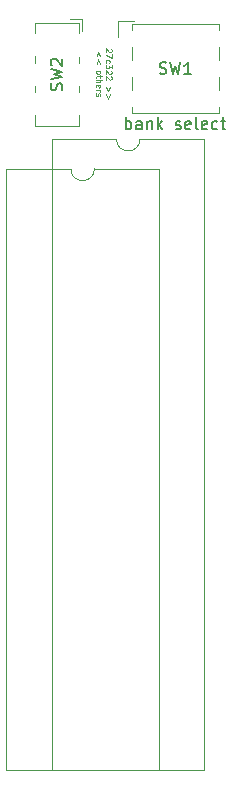
<source format=gbr>
%TF.GenerationSoftware,KiCad,Pcbnew,(6.0.5-0)*%
%TF.CreationDate,2022-06-06T13:25:30-07:00*%
%TF.ProjectId,tl866_27c322_adapter,746c3836-365f-4323-9763-3332325f6164,rev?*%
%TF.SameCoordinates,Original*%
%TF.FileFunction,Legend,Top*%
%TF.FilePolarity,Positive*%
%FSLAX46Y46*%
G04 Gerber Fmt 4.6, Leading zero omitted, Abs format (unit mm)*
G04 Created by KiCad (PCBNEW (6.0.5-0)) date 2022-06-06 13:25:30*
%MOMM*%
%LPD*%
G01*
G04 APERTURE LIST*
%ADD10C,0.100000*%
%ADD11C,0.200000*%
%ADD12C,0.150000*%
%ADD13C,0.120000*%
G04 APERTURE END LIST*
D10*
X138601490Y-55208752D02*
X138625300Y-55232561D01*
X138649109Y-55280180D01*
X138649109Y-55399228D01*
X138625300Y-55446847D01*
X138601490Y-55470657D01*
X138553871Y-55494466D01*
X138506252Y-55494466D01*
X138434823Y-55470657D01*
X138149109Y-55184942D01*
X138149109Y-55494466D01*
X138649109Y-55661133D02*
X138649109Y-55994466D01*
X138149109Y-55780180D01*
X138172919Y-56399228D02*
X138149109Y-56351609D01*
X138149109Y-56256371D01*
X138172919Y-56208752D01*
X138196728Y-56184942D01*
X138244347Y-56161133D01*
X138387204Y-56161133D01*
X138434823Y-56184942D01*
X138458633Y-56208752D01*
X138482442Y-56256371D01*
X138482442Y-56351609D01*
X138458633Y-56399228D01*
X138649109Y-56565895D02*
X138649109Y-56875419D01*
X138458633Y-56708752D01*
X138458633Y-56780180D01*
X138434823Y-56827800D01*
X138411014Y-56851609D01*
X138363395Y-56875419D01*
X138244347Y-56875419D01*
X138196728Y-56851609D01*
X138172919Y-56827800D01*
X138149109Y-56780180D01*
X138149109Y-56637323D01*
X138172919Y-56589704D01*
X138196728Y-56565895D01*
X138601490Y-57065895D02*
X138625300Y-57089704D01*
X138649109Y-57137323D01*
X138649109Y-57256371D01*
X138625300Y-57303990D01*
X138601490Y-57327800D01*
X138553871Y-57351609D01*
X138506252Y-57351609D01*
X138434823Y-57327800D01*
X138149109Y-57042085D01*
X138149109Y-57351609D01*
X138601490Y-57542085D02*
X138625300Y-57565895D01*
X138649109Y-57613514D01*
X138649109Y-57732561D01*
X138625300Y-57780180D01*
X138601490Y-57803990D01*
X138553871Y-57827800D01*
X138506252Y-57827800D01*
X138434823Y-57803990D01*
X138149109Y-57518276D01*
X138149109Y-57827800D01*
X138482442Y-58423038D02*
X138339585Y-58803990D01*
X138196728Y-58423038D01*
X138482442Y-59042085D02*
X138339585Y-59423038D01*
X138196728Y-59042085D01*
X137677442Y-55851609D02*
X137534585Y-55470657D01*
X137391728Y-55851609D01*
X137677442Y-56470657D02*
X137534585Y-56089704D01*
X137391728Y-56470657D01*
X137344109Y-57161133D02*
X137367919Y-57113514D01*
X137391728Y-57089704D01*
X137439347Y-57065895D01*
X137582204Y-57065895D01*
X137629823Y-57089704D01*
X137653633Y-57113514D01*
X137677442Y-57161133D01*
X137677442Y-57232561D01*
X137653633Y-57280180D01*
X137629823Y-57303990D01*
X137582204Y-57327800D01*
X137439347Y-57327800D01*
X137391728Y-57303990D01*
X137367919Y-57280180D01*
X137344109Y-57232561D01*
X137344109Y-57161133D01*
X137677442Y-57470657D02*
X137677442Y-57661133D01*
X137844109Y-57542085D02*
X137415538Y-57542085D01*
X137367919Y-57565895D01*
X137344109Y-57613514D01*
X137344109Y-57661133D01*
X137344109Y-57827800D02*
X137844109Y-57827800D01*
X137344109Y-58042085D02*
X137606014Y-58042085D01*
X137653633Y-58018276D01*
X137677442Y-57970657D01*
X137677442Y-57899228D01*
X137653633Y-57851609D01*
X137629823Y-57827800D01*
X137367919Y-58470657D02*
X137344109Y-58423038D01*
X137344109Y-58327800D01*
X137367919Y-58280180D01*
X137415538Y-58256371D01*
X137606014Y-58256371D01*
X137653633Y-58280180D01*
X137677442Y-58327800D01*
X137677442Y-58423038D01*
X137653633Y-58470657D01*
X137606014Y-58494466D01*
X137558395Y-58494466D01*
X137510776Y-58256371D01*
X137344109Y-58708752D02*
X137677442Y-58708752D01*
X137582204Y-58708752D02*
X137629823Y-58732561D01*
X137653633Y-58756371D01*
X137677442Y-58803990D01*
X137677442Y-58851609D01*
X137367919Y-58994466D02*
X137344109Y-59042085D01*
X137344109Y-59137323D01*
X137367919Y-59184942D01*
X137415538Y-59208752D01*
X137439347Y-59208752D01*
X137486966Y-59184942D01*
X137510776Y-59137323D01*
X137510776Y-59065895D01*
X137534585Y-59018276D01*
X137582204Y-58994466D01*
X137606014Y-58994466D01*
X137653633Y-59018276D01*
X137677442Y-59065895D01*
X137677442Y-59137323D01*
X137653633Y-59184942D01*
D11*
X139849742Y-62021980D02*
X139849742Y-61021980D01*
X139849742Y-61402933D02*
X139944980Y-61355314D01*
X140135457Y-61355314D01*
X140230695Y-61402933D01*
X140278314Y-61450552D01*
X140325933Y-61545790D01*
X140325933Y-61831504D01*
X140278314Y-61926742D01*
X140230695Y-61974361D01*
X140135457Y-62021980D01*
X139944980Y-62021980D01*
X139849742Y-61974361D01*
X141183076Y-62021980D02*
X141183076Y-61498171D01*
X141135457Y-61402933D01*
X141040219Y-61355314D01*
X140849742Y-61355314D01*
X140754504Y-61402933D01*
X141183076Y-61974361D02*
X141087838Y-62021980D01*
X140849742Y-62021980D01*
X140754504Y-61974361D01*
X140706885Y-61879123D01*
X140706885Y-61783885D01*
X140754504Y-61688647D01*
X140849742Y-61641028D01*
X141087838Y-61641028D01*
X141183076Y-61593409D01*
X141659266Y-61355314D02*
X141659266Y-62021980D01*
X141659266Y-61450552D02*
X141706885Y-61402933D01*
X141802123Y-61355314D01*
X141944980Y-61355314D01*
X142040219Y-61402933D01*
X142087838Y-61498171D01*
X142087838Y-62021980D01*
X142564028Y-62021980D02*
X142564028Y-61021980D01*
X142659266Y-61641028D02*
X142944980Y-62021980D01*
X142944980Y-61355314D02*
X142564028Y-61736266D01*
X144087838Y-61974361D02*
X144183076Y-62021980D01*
X144373552Y-62021980D01*
X144468790Y-61974361D01*
X144516409Y-61879123D01*
X144516409Y-61831504D01*
X144468790Y-61736266D01*
X144373552Y-61688647D01*
X144230695Y-61688647D01*
X144135457Y-61641028D01*
X144087838Y-61545790D01*
X144087838Y-61498171D01*
X144135457Y-61402933D01*
X144230695Y-61355314D01*
X144373552Y-61355314D01*
X144468790Y-61402933D01*
X145325933Y-61974361D02*
X145230695Y-62021980D01*
X145040219Y-62021980D01*
X144944980Y-61974361D01*
X144897361Y-61879123D01*
X144897361Y-61498171D01*
X144944980Y-61402933D01*
X145040219Y-61355314D01*
X145230695Y-61355314D01*
X145325933Y-61402933D01*
X145373552Y-61498171D01*
X145373552Y-61593409D01*
X144897361Y-61688647D01*
X145944980Y-62021980D02*
X145849742Y-61974361D01*
X145802123Y-61879123D01*
X145802123Y-61021980D01*
X146706885Y-61974361D02*
X146611647Y-62021980D01*
X146421171Y-62021980D01*
X146325933Y-61974361D01*
X146278314Y-61879123D01*
X146278314Y-61498171D01*
X146325933Y-61402933D01*
X146421171Y-61355314D01*
X146611647Y-61355314D01*
X146706885Y-61402933D01*
X146754504Y-61498171D01*
X146754504Y-61593409D01*
X146278314Y-61688647D01*
X147611647Y-61974361D02*
X147516409Y-62021980D01*
X147325933Y-62021980D01*
X147230695Y-61974361D01*
X147183076Y-61926742D01*
X147135457Y-61831504D01*
X147135457Y-61545790D01*
X147183076Y-61450552D01*
X147230695Y-61402933D01*
X147325933Y-61355314D01*
X147516409Y-61355314D01*
X147611647Y-61402933D01*
X147897361Y-61355314D02*
X148278314Y-61355314D01*
X148040219Y-61021980D02*
X148040219Y-61879123D01*
X148087838Y-61974361D01*
X148183076Y-62021980D01*
X148278314Y-62021980D01*
D12*
%TO.C,SW1*%
X142710066Y-57300761D02*
X142852923Y-57348380D01*
X143091019Y-57348380D01*
X143186257Y-57300761D01*
X143233876Y-57253142D01*
X143281495Y-57157904D01*
X143281495Y-57062666D01*
X143233876Y-56967428D01*
X143186257Y-56919809D01*
X143091019Y-56872190D01*
X142900542Y-56824571D01*
X142805304Y-56776952D01*
X142757685Y-56729333D01*
X142710066Y-56634095D01*
X142710066Y-56538857D01*
X142757685Y-56443619D01*
X142805304Y-56396000D01*
X142900542Y-56348380D01*
X143138638Y-56348380D01*
X143281495Y-56396000D01*
X143614828Y-56348380D02*
X143852923Y-57348380D01*
X144043400Y-56634095D01*
X144233876Y-57348380D01*
X144471971Y-56348380D01*
X145376733Y-57348380D02*
X144805304Y-57348380D01*
X145091019Y-57348380D02*
X145091019Y-56348380D01*
X144995780Y-56491238D01*
X144900542Y-56586476D01*
X144805304Y-56634095D01*
%TO.C,SW2*%
X134440561Y-58711933D02*
X134488180Y-58569076D01*
X134488180Y-58330980D01*
X134440561Y-58235742D01*
X134392942Y-58188123D01*
X134297704Y-58140504D01*
X134202466Y-58140504D01*
X134107228Y-58188123D01*
X134059609Y-58235742D01*
X134011990Y-58330980D01*
X133964371Y-58521457D01*
X133916752Y-58616695D01*
X133869133Y-58664314D01*
X133773895Y-58711933D01*
X133678657Y-58711933D01*
X133583419Y-58664314D01*
X133535800Y-58616695D01*
X133488180Y-58521457D01*
X133488180Y-58283361D01*
X133535800Y-58140504D01*
X133488180Y-57807171D02*
X134488180Y-57569076D01*
X133773895Y-57378600D01*
X134488180Y-57188123D01*
X133488180Y-56950028D01*
X133583419Y-56616695D02*
X133535800Y-56569076D01*
X133488180Y-56473838D01*
X133488180Y-56235742D01*
X133535800Y-56140504D01*
X133583419Y-56092885D01*
X133678657Y-56045266D01*
X133773895Y-56045266D01*
X133916752Y-56092885D01*
X134488180Y-56664314D01*
X134488180Y-56045266D01*
D13*
%TO.C,SW1*%
X147714700Y-57597300D02*
X147714700Y-58737300D01*
X140374700Y-55057300D02*
X140374700Y-56197300D01*
X147714700Y-55057300D02*
X147714700Y-56197300D01*
X140374700Y-53127300D02*
X147714700Y-53127300D01*
X139174700Y-52877300D02*
X140544700Y-52877300D01*
X140374700Y-53657300D02*
X140374700Y-53127300D01*
X140374700Y-60137300D02*
X140374700Y-60667300D01*
X140374700Y-60667300D02*
X147714700Y-60667300D01*
X147714700Y-53127300D02*
X147714700Y-53657300D01*
X147714700Y-60667300D02*
X147714700Y-60137300D01*
X139174700Y-54247300D02*
X139174700Y-52877300D01*
X140374700Y-57597300D02*
X140374700Y-58737300D01*
%TO.C,SW2*%
X135860400Y-60839500D02*
X135860400Y-61719500D01*
X135860400Y-55869500D02*
X135860400Y-56399500D01*
X132160400Y-53019500D02*
X135860400Y-53019500D01*
X135860400Y-58339500D02*
X135860400Y-58899500D01*
X132160400Y-61719500D02*
X132160400Y-60849500D01*
X135160400Y-52719500D02*
X136160400Y-52719500D01*
X132160400Y-53899500D02*
X132160400Y-53019500D01*
X132160400Y-56399500D02*
X132160400Y-55839500D01*
X136160400Y-52719500D02*
X136160400Y-53719500D01*
X135860400Y-53019500D02*
X135860400Y-53869500D01*
X135860400Y-61719500D02*
X132160400Y-61719500D01*
X132160400Y-58889500D02*
X132160400Y-58339500D01*
%TO.C,J1*%
X146515600Y-62855800D02*
X141055600Y-62855800D01*
X146515600Y-116315800D02*
X146515600Y-62855800D01*
X133595600Y-116315800D02*
X146515600Y-116315800D01*
X139055600Y-62855800D02*
X133595600Y-62855800D01*
X133595600Y-62855800D02*
X133595600Y-116315800D01*
X139055600Y-62855800D02*
G75*
G03*
X141055600Y-62855800I1000000J0D01*
G01*
%TO.C,J2*%
X135189800Y-65375400D02*
X129729800Y-65375400D01*
X142649800Y-116295400D02*
X142649800Y-65375400D01*
X142649800Y-65375400D02*
X137189800Y-65375400D01*
X129729800Y-65375400D02*
X129729800Y-116295400D01*
X129729800Y-116295400D02*
X142649800Y-116295400D01*
X135189800Y-65375400D02*
G75*
G03*
X137189800Y-65375400I1000000J0D01*
G01*
%TD*%
M02*

</source>
